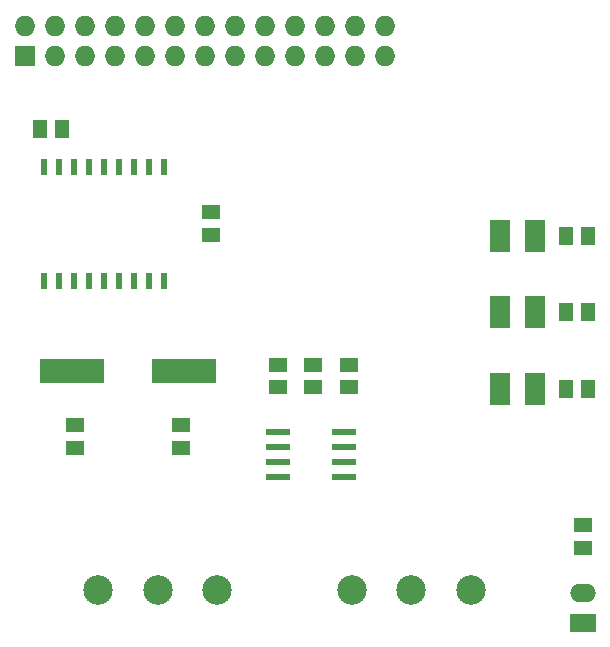
<source format=gts>
G04 #@! TF.FileFunction,Soldermask,Top*
%FSLAX46Y46*%
G04 Gerber Fmt 4.6, Leading zero omitted, Abs format (unit mm)*
G04 Created by KiCad (PCBNEW 4.0.7) date 10/10/18 21:00:25*
%MOMM*%
%LPD*%
G01*
G04 APERTURE LIST*
%ADD10C,0.150000*%
%ADD11R,1.727200X1.727200*%
%ADD12O,1.727200X1.727200*%
%ADD13R,1.498600X1.300480*%
%ADD14C,2.500000*%
%ADD15R,2.199640X1.524000*%
%ADD16O,2.199640X1.524000*%
%ADD17R,1.795780X2.697480*%
%ADD18R,1.300480X1.498600*%
%ADD19R,0.551180X1.430020*%
%ADD20R,1.998980X0.599440*%
%ADD21R,5.499100X1.998980*%
G04 APERTURE END LIST*
D10*
D11*
X145755360Y-130279140D03*
D12*
X145755360Y-127739140D03*
X148295360Y-130279140D03*
X148295360Y-127739140D03*
X150835360Y-130279140D03*
X150835360Y-127739140D03*
X153375360Y-130279140D03*
X153375360Y-127739140D03*
X155915360Y-130279140D03*
X155915360Y-127739140D03*
X158455360Y-130279140D03*
X158455360Y-127739140D03*
X160995360Y-130279140D03*
X160995360Y-127739140D03*
X163535360Y-130279140D03*
X163535360Y-127739140D03*
X166075360Y-130279140D03*
X166075360Y-127739140D03*
X168615360Y-130279140D03*
X168615360Y-127739140D03*
X171155360Y-130279140D03*
X171155360Y-127739140D03*
X173695360Y-130279140D03*
X173695360Y-127739140D03*
X176235360Y-130279140D03*
X176235360Y-127739140D03*
D13*
X161500000Y-145452500D03*
X161500000Y-143547500D03*
X159000000Y-161547500D03*
X159000000Y-163452500D03*
X150000000Y-161547500D03*
X150000000Y-163452500D03*
X173191400Y-158333500D03*
X173191400Y-156428500D03*
D14*
X162000000Y-175500000D03*
X152000000Y-175500000D03*
X157000000Y-175500000D03*
X183500000Y-175500000D03*
X173500000Y-175500000D03*
X178500000Y-175500000D03*
D15*
X193000000Y-178270000D03*
D16*
X193000000Y-175730000D03*
D17*
X188998600Y-145500000D03*
X186001400Y-145500000D03*
X188998600Y-152000000D03*
X186001400Y-152000000D03*
X188998600Y-158500000D03*
X186001400Y-158500000D03*
D18*
X147047500Y-136500000D03*
X148952500Y-136500000D03*
D13*
X170191400Y-156428500D03*
X170191400Y-158333500D03*
X167191400Y-158333500D03*
X167191400Y-156428500D03*
X193000000Y-170047500D03*
X193000000Y-171952500D03*
D18*
X191547500Y-145500000D03*
X193452500Y-145500000D03*
X191547500Y-152000000D03*
X193452500Y-152000000D03*
X191547500Y-158500000D03*
X193452500Y-158500000D03*
D19*
X147420000Y-149310760D03*
X148690000Y-149310760D03*
X149960000Y-149310760D03*
X151230000Y-149310760D03*
X152500000Y-149310760D03*
X153770000Y-149310760D03*
X155040000Y-149310760D03*
X156310000Y-149310760D03*
X157580000Y-149310760D03*
X157580000Y-139689240D03*
X156310000Y-139689240D03*
X155040000Y-139689240D03*
X153770000Y-139689240D03*
X152500000Y-139689240D03*
X151230000Y-139689240D03*
X149960000Y-139689240D03*
X148690000Y-139689240D03*
X147420000Y-139689240D03*
D20*
X172794000Y-165905000D03*
X172794000Y-164635000D03*
X172794000Y-163365000D03*
X172794000Y-162095000D03*
X167206000Y-162095000D03*
X167206000Y-163365000D03*
X167206000Y-164635000D03*
X167206000Y-165905000D03*
D21*
X149750200Y-157000000D03*
X159249800Y-157000000D03*
M02*

</source>
